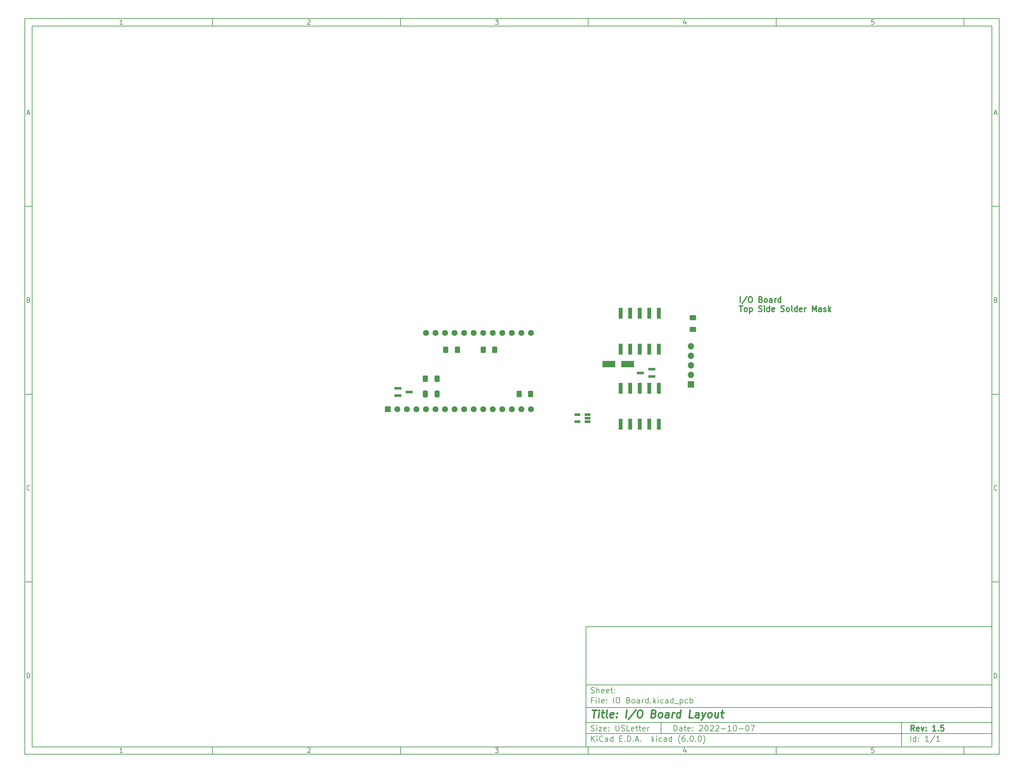
<source format=gbr>
G04 #@! TF.GenerationSoftware,KiCad,Pcbnew,(6.0.0)*
G04 #@! TF.CreationDate,2023-02-09T15:45:20-05:00*
G04 #@! TF.ProjectId,IO Board,494f2042-6f61-4726-942e-6b696361645f,1.5*
G04 #@! TF.SameCoordinates,Original*
G04 #@! TF.FileFunction,Soldermask,Top*
G04 #@! TF.FilePolarity,Negative*
%FSLAX46Y46*%
G04 Gerber Fmt 4.6, Leading zero omitted, Abs format (unit mm)*
G04 Created by KiCad (PCBNEW (6.0.0)) date 2023-02-09 15:45:20*
%MOMM*%
%LPD*%
G01*
G04 APERTURE LIST*
G04 Aperture macros list*
%AMRoundRect*
0 Rectangle with rounded corners*
0 $1 Rounding radius*
0 $2 $3 $4 $5 $6 $7 $8 $9 X,Y pos of 4 corners*
0 Add a 4 corners polygon primitive as box body*
4,1,4,$2,$3,$4,$5,$6,$7,$8,$9,$2,$3,0*
0 Add four circle primitives for the rounded corners*
1,1,$1+$1,$2,$3*
1,1,$1+$1,$4,$5*
1,1,$1+$1,$6,$7*
1,1,$1+$1,$8,$9*
0 Add four rect primitives between the rounded corners*
20,1,$1+$1,$2,$3,$4,$5,0*
20,1,$1+$1,$4,$5,$6,$7,0*
20,1,$1+$1,$6,$7,$8,$9,0*
20,1,$1+$1,$8,$9,$2,$3,0*%
G04 Aperture macros list end*
%ADD10C,0.100000*%
%ADD11C,0.150000*%
%ADD12C,0.300000*%
%ADD13C,0.400000*%
%ADD14R,1.900000X0.800000*%
%ADD15RoundRect,0.250000X0.400000X0.625000X-0.400000X0.625000X-0.400000X-0.625000X0.400000X-0.625000X0*%
%ADD16RoundRect,0.250000X-0.400000X-0.625000X0.400000X-0.625000X0.400000X0.625000X-0.400000X0.625000X0*%
%ADD17RoundRect,0.250000X-0.625000X0.400000X-0.625000X-0.400000X0.625000X-0.400000X0.625000X0.400000X0*%
%ADD18R,1.600000X1.600000*%
%ADD19C,1.600000*%
%ADD20RoundRect,0.250000X-0.412500X-0.650000X0.412500X-0.650000X0.412500X0.650000X-0.412500X0.650000X0*%
%ADD21R,1.700000X1.700000*%
%ADD22O,1.700000X1.700000*%
%ADD23R,3.500000X1.800000*%
%ADD24R,1.000000X3.000000*%
%ADD25R,1.560000X0.650000*%
G04 APERTURE END LIST*
D10*
D11*
X159400000Y-171900000D02*
X159400000Y-203900000D01*
X267400000Y-203900000D01*
X267400000Y-171900000D01*
X159400000Y-171900000D01*
D10*
D11*
X10000000Y-10000000D02*
X10000000Y-205900000D01*
X269400000Y-205900000D01*
X269400000Y-10000000D01*
X10000000Y-10000000D01*
D10*
D11*
X12000000Y-12000000D02*
X12000000Y-203900000D01*
X267400000Y-203900000D01*
X267400000Y-12000000D01*
X12000000Y-12000000D01*
D10*
D11*
X60000000Y-12000000D02*
X60000000Y-10000000D01*
D10*
D11*
X110000000Y-12000000D02*
X110000000Y-10000000D01*
D10*
D11*
X160000000Y-12000000D02*
X160000000Y-10000000D01*
D10*
D11*
X210000000Y-12000000D02*
X210000000Y-10000000D01*
D10*
D11*
X260000000Y-12000000D02*
X260000000Y-10000000D01*
D10*
D11*
X36065476Y-11588095D02*
X35322619Y-11588095D01*
X35694047Y-11588095D02*
X35694047Y-10288095D01*
X35570238Y-10473809D01*
X35446428Y-10597619D01*
X35322619Y-10659523D01*
D10*
D11*
X85322619Y-10411904D02*
X85384523Y-10350000D01*
X85508333Y-10288095D01*
X85817857Y-10288095D01*
X85941666Y-10350000D01*
X86003571Y-10411904D01*
X86065476Y-10535714D01*
X86065476Y-10659523D01*
X86003571Y-10845238D01*
X85260714Y-11588095D01*
X86065476Y-11588095D01*
D10*
D11*
X135260714Y-10288095D02*
X136065476Y-10288095D01*
X135632142Y-10783333D01*
X135817857Y-10783333D01*
X135941666Y-10845238D01*
X136003571Y-10907142D01*
X136065476Y-11030952D01*
X136065476Y-11340476D01*
X136003571Y-11464285D01*
X135941666Y-11526190D01*
X135817857Y-11588095D01*
X135446428Y-11588095D01*
X135322619Y-11526190D01*
X135260714Y-11464285D01*
D10*
D11*
X185941666Y-10721428D02*
X185941666Y-11588095D01*
X185632142Y-10226190D02*
X185322619Y-11154761D01*
X186127380Y-11154761D01*
D10*
D11*
X236003571Y-10288095D02*
X235384523Y-10288095D01*
X235322619Y-10907142D01*
X235384523Y-10845238D01*
X235508333Y-10783333D01*
X235817857Y-10783333D01*
X235941666Y-10845238D01*
X236003571Y-10907142D01*
X236065476Y-11030952D01*
X236065476Y-11340476D01*
X236003571Y-11464285D01*
X235941666Y-11526190D01*
X235817857Y-11588095D01*
X235508333Y-11588095D01*
X235384523Y-11526190D01*
X235322619Y-11464285D01*
D10*
D11*
X60000000Y-203900000D02*
X60000000Y-205900000D01*
D10*
D11*
X110000000Y-203900000D02*
X110000000Y-205900000D01*
D10*
D11*
X160000000Y-203900000D02*
X160000000Y-205900000D01*
D10*
D11*
X210000000Y-203900000D02*
X210000000Y-205900000D01*
D10*
D11*
X260000000Y-203900000D02*
X260000000Y-205900000D01*
D10*
D11*
X36065476Y-205488095D02*
X35322619Y-205488095D01*
X35694047Y-205488095D02*
X35694047Y-204188095D01*
X35570238Y-204373809D01*
X35446428Y-204497619D01*
X35322619Y-204559523D01*
D10*
D11*
X85322619Y-204311904D02*
X85384523Y-204250000D01*
X85508333Y-204188095D01*
X85817857Y-204188095D01*
X85941666Y-204250000D01*
X86003571Y-204311904D01*
X86065476Y-204435714D01*
X86065476Y-204559523D01*
X86003571Y-204745238D01*
X85260714Y-205488095D01*
X86065476Y-205488095D01*
D10*
D11*
X135260714Y-204188095D02*
X136065476Y-204188095D01*
X135632142Y-204683333D01*
X135817857Y-204683333D01*
X135941666Y-204745238D01*
X136003571Y-204807142D01*
X136065476Y-204930952D01*
X136065476Y-205240476D01*
X136003571Y-205364285D01*
X135941666Y-205426190D01*
X135817857Y-205488095D01*
X135446428Y-205488095D01*
X135322619Y-205426190D01*
X135260714Y-205364285D01*
D10*
D11*
X185941666Y-204621428D02*
X185941666Y-205488095D01*
X185632142Y-204126190D02*
X185322619Y-205054761D01*
X186127380Y-205054761D01*
D10*
D11*
X236003571Y-204188095D02*
X235384523Y-204188095D01*
X235322619Y-204807142D01*
X235384523Y-204745238D01*
X235508333Y-204683333D01*
X235817857Y-204683333D01*
X235941666Y-204745238D01*
X236003571Y-204807142D01*
X236065476Y-204930952D01*
X236065476Y-205240476D01*
X236003571Y-205364285D01*
X235941666Y-205426190D01*
X235817857Y-205488095D01*
X235508333Y-205488095D01*
X235384523Y-205426190D01*
X235322619Y-205364285D01*
D10*
D11*
X10000000Y-60000000D02*
X12000000Y-60000000D01*
D10*
D11*
X10000000Y-110000000D02*
X12000000Y-110000000D01*
D10*
D11*
X10000000Y-160000000D02*
X12000000Y-160000000D01*
D10*
D11*
X10690476Y-35216666D02*
X11309523Y-35216666D01*
X10566666Y-35588095D02*
X11000000Y-34288095D01*
X11433333Y-35588095D01*
D10*
D11*
X11092857Y-84907142D02*
X11278571Y-84969047D01*
X11340476Y-85030952D01*
X11402380Y-85154761D01*
X11402380Y-85340476D01*
X11340476Y-85464285D01*
X11278571Y-85526190D01*
X11154761Y-85588095D01*
X10659523Y-85588095D01*
X10659523Y-84288095D01*
X11092857Y-84288095D01*
X11216666Y-84350000D01*
X11278571Y-84411904D01*
X11340476Y-84535714D01*
X11340476Y-84659523D01*
X11278571Y-84783333D01*
X11216666Y-84845238D01*
X11092857Y-84907142D01*
X10659523Y-84907142D01*
D10*
D11*
X11402380Y-135464285D02*
X11340476Y-135526190D01*
X11154761Y-135588095D01*
X11030952Y-135588095D01*
X10845238Y-135526190D01*
X10721428Y-135402380D01*
X10659523Y-135278571D01*
X10597619Y-135030952D01*
X10597619Y-134845238D01*
X10659523Y-134597619D01*
X10721428Y-134473809D01*
X10845238Y-134350000D01*
X11030952Y-134288095D01*
X11154761Y-134288095D01*
X11340476Y-134350000D01*
X11402380Y-134411904D01*
D10*
D11*
X10659523Y-185588095D02*
X10659523Y-184288095D01*
X10969047Y-184288095D01*
X11154761Y-184350000D01*
X11278571Y-184473809D01*
X11340476Y-184597619D01*
X11402380Y-184845238D01*
X11402380Y-185030952D01*
X11340476Y-185278571D01*
X11278571Y-185402380D01*
X11154761Y-185526190D01*
X10969047Y-185588095D01*
X10659523Y-185588095D01*
D10*
D11*
X269400000Y-60000000D02*
X267400000Y-60000000D01*
D10*
D11*
X269400000Y-110000000D02*
X267400000Y-110000000D01*
D10*
D11*
X269400000Y-160000000D02*
X267400000Y-160000000D01*
D10*
D11*
X268090476Y-35216666D02*
X268709523Y-35216666D01*
X267966666Y-35588095D02*
X268400000Y-34288095D01*
X268833333Y-35588095D01*
D10*
D11*
X268492857Y-84907142D02*
X268678571Y-84969047D01*
X268740476Y-85030952D01*
X268802380Y-85154761D01*
X268802380Y-85340476D01*
X268740476Y-85464285D01*
X268678571Y-85526190D01*
X268554761Y-85588095D01*
X268059523Y-85588095D01*
X268059523Y-84288095D01*
X268492857Y-84288095D01*
X268616666Y-84350000D01*
X268678571Y-84411904D01*
X268740476Y-84535714D01*
X268740476Y-84659523D01*
X268678571Y-84783333D01*
X268616666Y-84845238D01*
X268492857Y-84907142D01*
X268059523Y-84907142D01*
D10*
D11*
X268802380Y-135464285D02*
X268740476Y-135526190D01*
X268554761Y-135588095D01*
X268430952Y-135588095D01*
X268245238Y-135526190D01*
X268121428Y-135402380D01*
X268059523Y-135278571D01*
X267997619Y-135030952D01*
X267997619Y-134845238D01*
X268059523Y-134597619D01*
X268121428Y-134473809D01*
X268245238Y-134350000D01*
X268430952Y-134288095D01*
X268554761Y-134288095D01*
X268740476Y-134350000D01*
X268802380Y-134411904D01*
D10*
D11*
X268059523Y-185588095D02*
X268059523Y-184288095D01*
X268369047Y-184288095D01*
X268554761Y-184350000D01*
X268678571Y-184473809D01*
X268740476Y-184597619D01*
X268802380Y-184845238D01*
X268802380Y-185030952D01*
X268740476Y-185278571D01*
X268678571Y-185402380D01*
X268554761Y-185526190D01*
X268369047Y-185588095D01*
X268059523Y-185588095D01*
D10*
D11*
X182832142Y-199678571D02*
X182832142Y-198178571D01*
X183189285Y-198178571D01*
X183403571Y-198250000D01*
X183546428Y-198392857D01*
X183617857Y-198535714D01*
X183689285Y-198821428D01*
X183689285Y-199035714D01*
X183617857Y-199321428D01*
X183546428Y-199464285D01*
X183403571Y-199607142D01*
X183189285Y-199678571D01*
X182832142Y-199678571D01*
X184975000Y-199678571D02*
X184975000Y-198892857D01*
X184903571Y-198750000D01*
X184760714Y-198678571D01*
X184475000Y-198678571D01*
X184332142Y-198750000D01*
X184975000Y-199607142D02*
X184832142Y-199678571D01*
X184475000Y-199678571D01*
X184332142Y-199607142D01*
X184260714Y-199464285D01*
X184260714Y-199321428D01*
X184332142Y-199178571D01*
X184475000Y-199107142D01*
X184832142Y-199107142D01*
X184975000Y-199035714D01*
X185475000Y-198678571D02*
X186046428Y-198678571D01*
X185689285Y-198178571D02*
X185689285Y-199464285D01*
X185760714Y-199607142D01*
X185903571Y-199678571D01*
X186046428Y-199678571D01*
X187117857Y-199607142D02*
X186975000Y-199678571D01*
X186689285Y-199678571D01*
X186546428Y-199607142D01*
X186475000Y-199464285D01*
X186475000Y-198892857D01*
X186546428Y-198750000D01*
X186689285Y-198678571D01*
X186975000Y-198678571D01*
X187117857Y-198750000D01*
X187189285Y-198892857D01*
X187189285Y-199035714D01*
X186475000Y-199178571D01*
X187832142Y-199535714D02*
X187903571Y-199607142D01*
X187832142Y-199678571D01*
X187760714Y-199607142D01*
X187832142Y-199535714D01*
X187832142Y-199678571D01*
X187832142Y-198750000D02*
X187903571Y-198821428D01*
X187832142Y-198892857D01*
X187760714Y-198821428D01*
X187832142Y-198750000D01*
X187832142Y-198892857D01*
X189617857Y-198321428D02*
X189689285Y-198250000D01*
X189832142Y-198178571D01*
X190189285Y-198178571D01*
X190332142Y-198250000D01*
X190403571Y-198321428D01*
X190475000Y-198464285D01*
X190475000Y-198607142D01*
X190403571Y-198821428D01*
X189546428Y-199678571D01*
X190475000Y-199678571D01*
X191403571Y-198178571D02*
X191546428Y-198178571D01*
X191689285Y-198250000D01*
X191760714Y-198321428D01*
X191832142Y-198464285D01*
X191903571Y-198750000D01*
X191903571Y-199107142D01*
X191832142Y-199392857D01*
X191760714Y-199535714D01*
X191689285Y-199607142D01*
X191546428Y-199678571D01*
X191403571Y-199678571D01*
X191260714Y-199607142D01*
X191189285Y-199535714D01*
X191117857Y-199392857D01*
X191046428Y-199107142D01*
X191046428Y-198750000D01*
X191117857Y-198464285D01*
X191189285Y-198321428D01*
X191260714Y-198250000D01*
X191403571Y-198178571D01*
X192475000Y-198321428D02*
X192546428Y-198250000D01*
X192689285Y-198178571D01*
X193046428Y-198178571D01*
X193189285Y-198250000D01*
X193260714Y-198321428D01*
X193332142Y-198464285D01*
X193332142Y-198607142D01*
X193260714Y-198821428D01*
X192403571Y-199678571D01*
X193332142Y-199678571D01*
X193903571Y-198321428D02*
X193975000Y-198250000D01*
X194117857Y-198178571D01*
X194475000Y-198178571D01*
X194617857Y-198250000D01*
X194689285Y-198321428D01*
X194760714Y-198464285D01*
X194760714Y-198607142D01*
X194689285Y-198821428D01*
X193832142Y-199678571D01*
X194760714Y-199678571D01*
X195403571Y-199107142D02*
X196546428Y-199107142D01*
X198046428Y-199678571D02*
X197189285Y-199678571D01*
X197617857Y-199678571D02*
X197617857Y-198178571D01*
X197475000Y-198392857D01*
X197332142Y-198535714D01*
X197189285Y-198607142D01*
X198975000Y-198178571D02*
X199117857Y-198178571D01*
X199260714Y-198250000D01*
X199332142Y-198321428D01*
X199403571Y-198464285D01*
X199475000Y-198750000D01*
X199475000Y-199107142D01*
X199403571Y-199392857D01*
X199332142Y-199535714D01*
X199260714Y-199607142D01*
X199117857Y-199678571D01*
X198975000Y-199678571D01*
X198832142Y-199607142D01*
X198760714Y-199535714D01*
X198689285Y-199392857D01*
X198617857Y-199107142D01*
X198617857Y-198750000D01*
X198689285Y-198464285D01*
X198760714Y-198321428D01*
X198832142Y-198250000D01*
X198975000Y-198178571D01*
X200117857Y-199107142D02*
X201260714Y-199107142D01*
X202260714Y-198178571D02*
X202403571Y-198178571D01*
X202546428Y-198250000D01*
X202617857Y-198321428D01*
X202689285Y-198464285D01*
X202760714Y-198750000D01*
X202760714Y-199107142D01*
X202689285Y-199392857D01*
X202617857Y-199535714D01*
X202546428Y-199607142D01*
X202403571Y-199678571D01*
X202260714Y-199678571D01*
X202117857Y-199607142D01*
X202046428Y-199535714D01*
X201975000Y-199392857D01*
X201903571Y-199107142D01*
X201903571Y-198750000D01*
X201975000Y-198464285D01*
X202046428Y-198321428D01*
X202117857Y-198250000D01*
X202260714Y-198178571D01*
X203260714Y-198178571D02*
X204260714Y-198178571D01*
X203617857Y-199678571D01*
D10*
D11*
X159400000Y-200400000D02*
X267400000Y-200400000D01*
D10*
D11*
X160832142Y-202478571D02*
X160832142Y-200978571D01*
X161689285Y-202478571D02*
X161046428Y-201621428D01*
X161689285Y-200978571D02*
X160832142Y-201835714D01*
X162332142Y-202478571D02*
X162332142Y-201478571D01*
X162332142Y-200978571D02*
X162260714Y-201050000D01*
X162332142Y-201121428D01*
X162403571Y-201050000D01*
X162332142Y-200978571D01*
X162332142Y-201121428D01*
X163903571Y-202335714D02*
X163832142Y-202407142D01*
X163617857Y-202478571D01*
X163475000Y-202478571D01*
X163260714Y-202407142D01*
X163117857Y-202264285D01*
X163046428Y-202121428D01*
X162975000Y-201835714D01*
X162975000Y-201621428D01*
X163046428Y-201335714D01*
X163117857Y-201192857D01*
X163260714Y-201050000D01*
X163475000Y-200978571D01*
X163617857Y-200978571D01*
X163832142Y-201050000D01*
X163903571Y-201121428D01*
X165189285Y-202478571D02*
X165189285Y-201692857D01*
X165117857Y-201550000D01*
X164975000Y-201478571D01*
X164689285Y-201478571D01*
X164546428Y-201550000D01*
X165189285Y-202407142D02*
X165046428Y-202478571D01*
X164689285Y-202478571D01*
X164546428Y-202407142D01*
X164475000Y-202264285D01*
X164475000Y-202121428D01*
X164546428Y-201978571D01*
X164689285Y-201907142D01*
X165046428Y-201907142D01*
X165189285Y-201835714D01*
X166546428Y-202478571D02*
X166546428Y-200978571D01*
X166546428Y-202407142D02*
X166403571Y-202478571D01*
X166117857Y-202478571D01*
X165975000Y-202407142D01*
X165903571Y-202335714D01*
X165832142Y-202192857D01*
X165832142Y-201764285D01*
X165903571Y-201621428D01*
X165975000Y-201550000D01*
X166117857Y-201478571D01*
X166403571Y-201478571D01*
X166546428Y-201550000D01*
X168403571Y-201692857D02*
X168903571Y-201692857D01*
X169117857Y-202478571D02*
X168403571Y-202478571D01*
X168403571Y-200978571D01*
X169117857Y-200978571D01*
X169760714Y-202335714D02*
X169832142Y-202407142D01*
X169760714Y-202478571D01*
X169689285Y-202407142D01*
X169760714Y-202335714D01*
X169760714Y-202478571D01*
X170475000Y-202478571D02*
X170475000Y-200978571D01*
X170832142Y-200978571D01*
X171046428Y-201050000D01*
X171189285Y-201192857D01*
X171260714Y-201335714D01*
X171332142Y-201621428D01*
X171332142Y-201835714D01*
X171260714Y-202121428D01*
X171189285Y-202264285D01*
X171046428Y-202407142D01*
X170832142Y-202478571D01*
X170475000Y-202478571D01*
X171975000Y-202335714D02*
X172046428Y-202407142D01*
X171975000Y-202478571D01*
X171903571Y-202407142D01*
X171975000Y-202335714D01*
X171975000Y-202478571D01*
X172617857Y-202050000D02*
X173332142Y-202050000D01*
X172475000Y-202478571D02*
X172975000Y-200978571D01*
X173475000Y-202478571D01*
X173975000Y-202335714D02*
X174046428Y-202407142D01*
X173975000Y-202478571D01*
X173903571Y-202407142D01*
X173975000Y-202335714D01*
X173975000Y-202478571D01*
X176975000Y-202478571D02*
X176975000Y-200978571D01*
X177117857Y-201907142D02*
X177546428Y-202478571D01*
X177546428Y-201478571D02*
X176975000Y-202050000D01*
X178189285Y-202478571D02*
X178189285Y-201478571D01*
X178189285Y-200978571D02*
X178117857Y-201050000D01*
X178189285Y-201121428D01*
X178260714Y-201050000D01*
X178189285Y-200978571D01*
X178189285Y-201121428D01*
X179546428Y-202407142D02*
X179403571Y-202478571D01*
X179117857Y-202478571D01*
X178975000Y-202407142D01*
X178903571Y-202335714D01*
X178832142Y-202192857D01*
X178832142Y-201764285D01*
X178903571Y-201621428D01*
X178975000Y-201550000D01*
X179117857Y-201478571D01*
X179403571Y-201478571D01*
X179546428Y-201550000D01*
X180832142Y-202478571D02*
X180832142Y-201692857D01*
X180760714Y-201550000D01*
X180617857Y-201478571D01*
X180332142Y-201478571D01*
X180189285Y-201550000D01*
X180832142Y-202407142D02*
X180689285Y-202478571D01*
X180332142Y-202478571D01*
X180189285Y-202407142D01*
X180117857Y-202264285D01*
X180117857Y-202121428D01*
X180189285Y-201978571D01*
X180332142Y-201907142D01*
X180689285Y-201907142D01*
X180832142Y-201835714D01*
X182189285Y-202478571D02*
X182189285Y-200978571D01*
X182189285Y-202407142D02*
X182046428Y-202478571D01*
X181760714Y-202478571D01*
X181617857Y-202407142D01*
X181546428Y-202335714D01*
X181475000Y-202192857D01*
X181475000Y-201764285D01*
X181546428Y-201621428D01*
X181617857Y-201550000D01*
X181760714Y-201478571D01*
X182046428Y-201478571D01*
X182189285Y-201550000D01*
X184475000Y-203050000D02*
X184403571Y-202978571D01*
X184260714Y-202764285D01*
X184189285Y-202621428D01*
X184117857Y-202407142D01*
X184046428Y-202050000D01*
X184046428Y-201764285D01*
X184117857Y-201407142D01*
X184189285Y-201192857D01*
X184260714Y-201050000D01*
X184403571Y-200835714D01*
X184475000Y-200764285D01*
X185689285Y-200978571D02*
X185403571Y-200978571D01*
X185260714Y-201050000D01*
X185189285Y-201121428D01*
X185046428Y-201335714D01*
X184975000Y-201621428D01*
X184975000Y-202192857D01*
X185046428Y-202335714D01*
X185117857Y-202407142D01*
X185260714Y-202478571D01*
X185546428Y-202478571D01*
X185689285Y-202407142D01*
X185760714Y-202335714D01*
X185832142Y-202192857D01*
X185832142Y-201835714D01*
X185760714Y-201692857D01*
X185689285Y-201621428D01*
X185546428Y-201550000D01*
X185260714Y-201550000D01*
X185117857Y-201621428D01*
X185046428Y-201692857D01*
X184975000Y-201835714D01*
X186475000Y-202335714D02*
X186546428Y-202407142D01*
X186475000Y-202478571D01*
X186403571Y-202407142D01*
X186475000Y-202335714D01*
X186475000Y-202478571D01*
X187475000Y-200978571D02*
X187617857Y-200978571D01*
X187760714Y-201050000D01*
X187832142Y-201121428D01*
X187903571Y-201264285D01*
X187975000Y-201550000D01*
X187975000Y-201907142D01*
X187903571Y-202192857D01*
X187832142Y-202335714D01*
X187760714Y-202407142D01*
X187617857Y-202478571D01*
X187475000Y-202478571D01*
X187332142Y-202407142D01*
X187260714Y-202335714D01*
X187189285Y-202192857D01*
X187117857Y-201907142D01*
X187117857Y-201550000D01*
X187189285Y-201264285D01*
X187260714Y-201121428D01*
X187332142Y-201050000D01*
X187475000Y-200978571D01*
X188617857Y-202335714D02*
X188689285Y-202407142D01*
X188617857Y-202478571D01*
X188546428Y-202407142D01*
X188617857Y-202335714D01*
X188617857Y-202478571D01*
X189617857Y-200978571D02*
X189760714Y-200978571D01*
X189903571Y-201050000D01*
X189975000Y-201121428D01*
X190046428Y-201264285D01*
X190117857Y-201550000D01*
X190117857Y-201907142D01*
X190046428Y-202192857D01*
X189975000Y-202335714D01*
X189903571Y-202407142D01*
X189760714Y-202478571D01*
X189617857Y-202478571D01*
X189475000Y-202407142D01*
X189403571Y-202335714D01*
X189332142Y-202192857D01*
X189260714Y-201907142D01*
X189260714Y-201550000D01*
X189332142Y-201264285D01*
X189403571Y-201121428D01*
X189475000Y-201050000D01*
X189617857Y-200978571D01*
X190617857Y-203050000D02*
X190689285Y-202978571D01*
X190832142Y-202764285D01*
X190903571Y-202621428D01*
X190975000Y-202407142D01*
X191046428Y-202050000D01*
X191046428Y-201764285D01*
X190975000Y-201407142D01*
X190903571Y-201192857D01*
X190832142Y-201050000D01*
X190689285Y-200835714D01*
X190617857Y-200764285D01*
D10*
D11*
X159400000Y-197400000D02*
X267400000Y-197400000D01*
D10*
D12*
X246809285Y-199678571D02*
X246309285Y-198964285D01*
X245952142Y-199678571D02*
X245952142Y-198178571D01*
X246523571Y-198178571D01*
X246666428Y-198250000D01*
X246737857Y-198321428D01*
X246809285Y-198464285D01*
X246809285Y-198678571D01*
X246737857Y-198821428D01*
X246666428Y-198892857D01*
X246523571Y-198964285D01*
X245952142Y-198964285D01*
X248023571Y-199607142D02*
X247880714Y-199678571D01*
X247595000Y-199678571D01*
X247452142Y-199607142D01*
X247380714Y-199464285D01*
X247380714Y-198892857D01*
X247452142Y-198750000D01*
X247595000Y-198678571D01*
X247880714Y-198678571D01*
X248023571Y-198750000D01*
X248095000Y-198892857D01*
X248095000Y-199035714D01*
X247380714Y-199178571D01*
X248595000Y-198678571D02*
X248952142Y-199678571D01*
X249309285Y-198678571D01*
X249880714Y-199535714D02*
X249952142Y-199607142D01*
X249880714Y-199678571D01*
X249809285Y-199607142D01*
X249880714Y-199535714D01*
X249880714Y-199678571D01*
X249880714Y-198750000D02*
X249952142Y-198821428D01*
X249880714Y-198892857D01*
X249809285Y-198821428D01*
X249880714Y-198750000D01*
X249880714Y-198892857D01*
X252523571Y-199678571D02*
X251666428Y-199678571D01*
X252095000Y-199678571D02*
X252095000Y-198178571D01*
X251952142Y-198392857D01*
X251809285Y-198535714D01*
X251666428Y-198607142D01*
X253166428Y-199535714D02*
X253237857Y-199607142D01*
X253166428Y-199678571D01*
X253095000Y-199607142D01*
X253166428Y-199535714D01*
X253166428Y-199678571D01*
X254595000Y-198178571D02*
X253880714Y-198178571D01*
X253809285Y-198892857D01*
X253880714Y-198821428D01*
X254023571Y-198750000D01*
X254380714Y-198750000D01*
X254523571Y-198821428D01*
X254595000Y-198892857D01*
X254666428Y-199035714D01*
X254666428Y-199392857D01*
X254595000Y-199535714D01*
X254523571Y-199607142D01*
X254380714Y-199678571D01*
X254023571Y-199678571D01*
X253880714Y-199607142D01*
X253809285Y-199535714D01*
D10*
D11*
X160760714Y-199607142D02*
X160975000Y-199678571D01*
X161332142Y-199678571D01*
X161475000Y-199607142D01*
X161546428Y-199535714D01*
X161617857Y-199392857D01*
X161617857Y-199250000D01*
X161546428Y-199107142D01*
X161475000Y-199035714D01*
X161332142Y-198964285D01*
X161046428Y-198892857D01*
X160903571Y-198821428D01*
X160832142Y-198750000D01*
X160760714Y-198607142D01*
X160760714Y-198464285D01*
X160832142Y-198321428D01*
X160903571Y-198250000D01*
X161046428Y-198178571D01*
X161403571Y-198178571D01*
X161617857Y-198250000D01*
X162260714Y-199678571D02*
X162260714Y-198678571D01*
X162260714Y-198178571D02*
X162189285Y-198250000D01*
X162260714Y-198321428D01*
X162332142Y-198250000D01*
X162260714Y-198178571D01*
X162260714Y-198321428D01*
X162832142Y-198678571D02*
X163617857Y-198678571D01*
X162832142Y-199678571D01*
X163617857Y-199678571D01*
X164760714Y-199607142D02*
X164617857Y-199678571D01*
X164332142Y-199678571D01*
X164189285Y-199607142D01*
X164117857Y-199464285D01*
X164117857Y-198892857D01*
X164189285Y-198750000D01*
X164332142Y-198678571D01*
X164617857Y-198678571D01*
X164760714Y-198750000D01*
X164832142Y-198892857D01*
X164832142Y-199035714D01*
X164117857Y-199178571D01*
X165475000Y-199535714D02*
X165546428Y-199607142D01*
X165475000Y-199678571D01*
X165403571Y-199607142D01*
X165475000Y-199535714D01*
X165475000Y-199678571D01*
X165475000Y-198750000D02*
X165546428Y-198821428D01*
X165475000Y-198892857D01*
X165403571Y-198821428D01*
X165475000Y-198750000D01*
X165475000Y-198892857D01*
X167332142Y-198178571D02*
X167332142Y-199392857D01*
X167403571Y-199535714D01*
X167475000Y-199607142D01*
X167617857Y-199678571D01*
X167903571Y-199678571D01*
X168046428Y-199607142D01*
X168117857Y-199535714D01*
X168189285Y-199392857D01*
X168189285Y-198178571D01*
X168832142Y-199607142D02*
X169046428Y-199678571D01*
X169403571Y-199678571D01*
X169546428Y-199607142D01*
X169617857Y-199535714D01*
X169689285Y-199392857D01*
X169689285Y-199250000D01*
X169617857Y-199107142D01*
X169546428Y-199035714D01*
X169403571Y-198964285D01*
X169117857Y-198892857D01*
X168975000Y-198821428D01*
X168903571Y-198750000D01*
X168832142Y-198607142D01*
X168832142Y-198464285D01*
X168903571Y-198321428D01*
X168975000Y-198250000D01*
X169117857Y-198178571D01*
X169475000Y-198178571D01*
X169689285Y-198250000D01*
X171046428Y-199678571D02*
X170332142Y-199678571D01*
X170332142Y-198178571D01*
X172117857Y-199607142D02*
X171975000Y-199678571D01*
X171689285Y-199678571D01*
X171546428Y-199607142D01*
X171475000Y-199464285D01*
X171475000Y-198892857D01*
X171546428Y-198750000D01*
X171689285Y-198678571D01*
X171975000Y-198678571D01*
X172117857Y-198750000D01*
X172189285Y-198892857D01*
X172189285Y-199035714D01*
X171475000Y-199178571D01*
X172617857Y-198678571D02*
X173189285Y-198678571D01*
X172832142Y-198178571D02*
X172832142Y-199464285D01*
X172903571Y-199607142D01*
X173046428Y-199678571D01*
X173189285Y-199678571D01*
X173475000Y-198678571D02*
X174046428Y-198678571D01*
X173689285Y-198178571D02*
X173689285Y-199464285D01*
X173760714Y-199607142D01*
X173903571Y-199678571D01*
X174046428Y-199678571D01*
X175117857Y-199607142D02*
X174975000Y-199678571D01*
X174689285Y-199678571D01*
X174546428Y-199607142D01*
X174475000Y-199464285D01*
X174475000Y-198892857D01*
X174546428Y-198750000D01*
X174689285Y-198678571D01*
X174975000Y-198678571D01*
X175117857Y-198750000D01*
X175189285Y-198892857D01*
X175189285Y-199035714D01*
X174475000Y-199178571D01*
X175832142Y-199678571D02*
X175832142Y-198678571D01*
X175832142Y-198964285D02*
X175903571Y-198821428D01*
X175975000Y-198750000D01*
X176117857Y-198678571D01*
X176260714Y-198678571D01*
D10*
D11*
X245832142Y-202478571D02*
X245832142Y-200978571D01*
X247189285Y-202478571D02*
X247189285Y-200978571D01*
X247189285Y-202407142D02*
X247046428Y-202478571D01*
X246760714Y-202478571D01*
X246617857Y-202407142D01*
X246546428Y-202335714D01*
X246475000Y-202192857D01*
X246475000Y-201764285D01*
X246546428Y-201621428D01*
X246617857Y-201550000D01*
X246760714Y-201478571D01*
X247046428Y-201478571D01*
X247189285Y-201550000D01*
X247903571Y-202335714D02*
X247975000Y-202407142D01*
X247903571Y-202478571D01*
X247832142Y-202407142D01*
X247903571Y-202335714D01*
X247903571Y-202478571D01*
X247903571Y-201550000D02*
X247975000Y-201621428D01*
X247903571Y-201692857D01*
X247832142Y-201621428D01*
X247903571Y-201550000D01*
X247903571Y-201692857D01*
X250546428Y-202478571D02*
X249689285Y-202478571D01*
X250117857Y-202478571D02*
X250117857Y-200978571D01*
X249975000Y-201192857D01*
X249832142Y-201335714D01*
X249689285Y-201407142D01*
X252260714Y-200907142D02*
X250975000Y-202835714D01*
X253546428Y-202478571D02*
X252689285Y-202478571D01*
X253117857Y-202478571D02*
X253117857Y-200978571D01*
X252975000Y-201192857D01*
X252832142Y-201335714D01*
X252689285Y-201407142D01*
D10*
D11*
X159400000Y-193400000D02*
X267400000Y-193400000D01*
D10*
D13*
X161112380Y-194104761D02*
X162255238Y-194104761D01*
X161433809Y-196104761D02*
X161683809Y-194104761D01*
X162671904Y-196104761D02*
X162838571Y-194771428D01*
X162921904Y-194104761D02*
X162814761Y-194200000D01*
X162898095Y-194295238D01*
X163005238Y-194200000D01*
X162921904Y-194104761D01*
X162898095Y-194295238D01*
X163505238Y-194771428D02*
X164267142Y-194771428D01*
X163874285Y-194104761D02*
X163660000Y-195819047D01*
X163731428Y-196009523D01*
X163910000Y-196104761D01*
X164100476Y-196104761D01*
X165052857Y-196104761D02*
X164874285Y-196009523D01*
X164802857Y-195819047D01*
X165017142Y-194104761D01*
X166588571Y-196009523D02*
X166386190Y-196104761D01*
X166005238Y-196104761D01*
X165826666Y-196009523D01*
X165755238Y-195819047D01*
X165850476Y-195057142D01*
X165969523Y-194866666D01*
X166171904Y-194771428D01*
X166552857Y-194771428D01*
X166731428Y-194866666D01*
X166802857Y-195057142D01*
X166779047Y-195247619D01*
X165802857Y-195438095D01*
X167552857Y-195914285D02*
X167636190Y-196009523D01*
X167529047Y-196104761D01*
X167445714Y-196009523D01*
X167552857Y-195914285D01*
X167529047Y-196104761D01*
X167683809Y-194866666D02*
X167767142Y-194961904D01*
X167660000Y-195057142D01*
X167576666Y-194961904D01*
X167683809Y-194866666D01*
X167660000Y-195057142D01*
X170005238Y-196104761D02*
X170255238Y-194104761D01*
X172648095Y-194009523D02*
X170612380Y-196580952D01*
X173683809Y-194104761D02*
X174064761Y-194104761D01*
X174243333Y-194200000D01*
X174410000Y-194390476D01*
X174457619Y-194771428D01*
X174374285Y-195438095D01*
X174231428Y-195819047D01*
X174017142Y-196009523D01*
X173814761Y-196104761D01*
X173433809Y-196104761D01*
X173255238Y-196009523D01*
X173088571Y-195819047D01*
X173040952Y-195438095D01*
X173124285Y-194771428D01*
X173267142Y-194390476D01*
X173481428Y-194200000D01*
X173683809Y-194104761D01*
X177469523Y-195057142D02*
X177743333Y-195152380D01*
X177826666Y-195247619D01*
X177898095Y-195438095D01*
X177862380Y-195723809D01*
X177743333Y-195914285D01*
X177636190Y-196009523D01*
X177433809Y-196104761D01*
X176671904Y-196104761D01*
X176921904Y-194104761D01*
X177588571Y-194104761D01*
X177767142Y-194200000D01*
X177850476Y-194295238D01*
X177921904Y-194485714D01*
X177898095Y-194676190D01*
X177779047Y-194866666D01*
X177671904Y-194961904D01*
X177469523Y-195057142D01*
X176802857Y-195057142D01*
X178957619Y-196104761D02*
X178779047Y-196009523D01*
X178695714Y-195914285D01*
X178624285Y-195723809D01*
X178695714Y-195152380D01*
X178814761Y-194961904D01*
X178921904Y-194866666D01*
X179124285Y-194771428D01*
X179410000Y-194771428D01*
X179588571Y-194866666D01*
X179671904Y-194961904D01*
X179743333Y-195152380D01*
X179671904Y-195723809D01*
X179552857Y-195914285D01*
X179445714Y-196009523D01*
X179243333Y-196104761D01*
X178957619Y-196104761D01*
X181338571Y-196104761D02*
X181469523Y-195057142D01*
X181398095Y-194866666D01*
X181219523Y-194771428D01*
X180838571Y-194771428D01*
X180636190Y-194866666D01*
X181350476Y-196009523D02*
X181148095Y-196104761D01*
X180671904Y-196104761D01*
X180493333Y-196009523D01*
X180421904Y-195819047D01*
X180445714Y-195628571D01*
X180564761Y-195438095D01*
X180767142Y-195342857D01*
X181243333Y-195342857D01*
X181445714Y-195247619D01*
X182290952Y-196104761D02*
X182457619Y-194771428D01*
X182410000Y-195152380D02*
X182529047Y-194961904D01*
X182636190Y-194866666D01*
X182838571Y-194771428D01*
X183029047Y-194771428D01*
X184386190Y-196104761D02*
X184636190Y-194104761D01*
X184398095Y-196009523D02*
X184195714Y-196104761D01*
X183814761Y-196104761D01*
X183636190Y-196009523D01*
X183552857Y-195914285D01*
X183481428Y-195723809D01*
X183552857Y-195152380D01*
X183671904Y-194961904D01*
X183779047Y-194866666D01*
X183981428Y-194771428D01*
X184362380Y-194771428D01*
X184540952Y-194866666D01*
X187814761Y-196104761D02*
X186862380Y-196104761D01*
X187112380Y-194104761D01*
X189338571Y-196104761D02*
X189469523Y-195057142D01*
X189398095Y-194866666D01*
X189219523Y-194771428D01*
X188838571Y-194771428D01*
X188636190Y-194866666D01*
X189350476Y-196009523D02*
X189148095Y-196104761D01*
X188671904Y-196104761D01*
X188493333Y-196009523D01*
X188421904Y-195819047D01*
X188445714Y-195628571D01*
X188564761Y-195438095D01*
X188767142Y-195342857D01*
X189243333Y-195342857D01*
X189445714Y-195247619D01*
X190267142Y-194771428D02*
X190576666Y-196104761D01*
X191219523Y-194771428D02*
X190576666Y-196104761D01*
X190326666Y-196580952D01*
X190219523Y-196676190D01*
X190017142Y-196771428D01*
X192100476Y-196104761D02*
X191921904Y-196009523D01*
X191838571Y-195914285D01*
X191767142Y-195723809D01*
X191838571Y-195152380D01*
X191957619Y-194961904D01*
X192064761Y-194866666D01*
X192267142Y-194771428D01*
X192552857Y-194771428D01*
X192731428Y-194866666D01*
X192814761Y-194961904D01*
X192886190Y-195152380D01*
X192814761Y-195723809D01*
X192695714Y-195914285D01*
X192588571Y-196009523D01*
X192386190Y-196104761D01*
X192100476Y-196104761D01*
X194648095Y-194771428D02*
X194481428Y-196104761D01*
X193790952Y-194771428D02*
X193660000Y-195819047D01*
X193731428Y-196009523D01*
X193910000Y-196104761D01*
X194195714Y-196104761D01*
X194398095Y-196009523D01*
X194505238Y-195914285D01*
X195314761Y-194771428D02*
X196076666Y-194771428D01*
X195683809Y-194104761D02*
X195469523Y-195819047D01*
X195540952Y-196009523D01*
X195719523Y-196104761D01*
X195910000Y-196104761D01*
D10*
D11*
X161332142Y-191492857D02*
X160832142Y-191492857D01*
X160832142Y-192278571D02*
X160832142Y-190778571D01*
X161546428Y-190778571D01*
X162117857Y-192278571D02*
X162117857Y-191278571D01*
X162117857Y-190778571D02*
X162046428Y-190850000D01*
X162117857Y-190921428D01*
X162189285Y-190850000D01*
X162117857Y-190778571D01*
X162117857Y-190921428D01*
X163046428Y-192278571D02*
X162903571Y-192207142D01*
X162832142Y-192064285D01*
X162832142Y-190778571D01*
X164189285Y-192207142D02*
X164046428Y-192278571D01*
X163760714Y-192278571D01*
X163617857Y-192207142D01*
X163546428Y-192064285D01*
X163546428Y-191492857D01*
X163617857Y-191350000D01*
X163760714Y-191278571D01*
X164046428Y-191278571D01*
X164189285Y-191350000D01*
X164260714Y-191492857D01*
X164260714Y-191635714D01*
X163546428Y-191778571D01*
X164903571Y-192135714D02*
X164975000Y-192207142D01*
X164903571Y-192278571D01*
X164832142Y-192207142D01*
X164903571Y-192135714D01*
X164903571Y-192278571D01*
X164903571Y-191350000D02*
X164975000Y-191421428D01*
X164903571Y-191492857D01*
X164832142Y-191421428D01*
X164903571Y-191350000D01*
X164903571Y-191492857D01*
X166760714Y-192278571D02*
X166760714Y-190778571D01*
X167760714Y-190778571D02*
X168046428Y-190778571D01*
X168189285Y-190850000D01*
X168332142Y-190992857D01*
X168403571Y-191278571D01*
X168403571Y-191778571D01*
X168332142Y-192064285D01*
X168189285Y-192207142D01*
X168046428Y-192278571D01*
X167760714Y-192278571D01*
X167617857Y-192207142D01*
X167475000Y-192064285D01*
X167403571Y-191778571D01*
X167403571Y-191278571D01*
X167475000Y-190992857D01*
X167617857Y-190850000D01*
X167760714Y-190778571D01*
X170689285Y-191492857D02*
X170903571Y-191564285D01*
X170975000Y-191635714D01*
X171046428Y-191778571D01*
X171046428Y-191992857D01*
X170975000Y-192135714D01*
X170903571Y-192207142D01*
X170760714Y-192278571D01*
X170189285Y-192278571D01*
X170189285Y-190778571D01*
X170689285Y-190778571D01*
X170832142Y-190850000D01*
X170903571Y-190921428D01*
X170975000Y-191064285D01*
X170975000Y-191207142D01*
X170903571Y-191350000D01*
X170832142Y-191421428D01*
X170689285Y-191492857D01*
X170189285Y-191492857D01*
X171903571Y-192278571D02*
X171760714Y-192207142D01*
X171689285Y-192135714D01*
X171617857Y-191992857D01*
X171617857Y-191564285D01*
X171689285Y-191421428D01*
X171760714Y-191350000D01*
X171903571Y-191278571D01*
X172117857Y-191278571D01*
X172260714Y-191350000D01*
X172332142Y-191421428D01*
X172403571Y-191564285D01*
X172403571Y-191992857D01*
X172332142Y-192135714D01*
X172260714Y-192207142D01*
X172117857Y-192278571D01*
X171903571Y-192278571D01*
X173689285Y-192278571D02*
X173689285Y-191492857D01*
X173617857Y-191350000D01*
X173475000Y-191278571D01*
X173189285Y-191278571D01*
X173046428Y-191350000D01*
X173689285Y-192207142D02*
X173546428Y-192278571D01*
X173189285Y-192278571D01*
X173046428Y-192207142D01*
X172975000Y-192064285D01*
X172975000Y-191921428D01*
X173046428Y-191778571D01*
X173189285Y-191707142D01*
X173546428Y-191707142D01*
X173689285Y-191635714D01*
X174403571Y-192278571D02*
X174403571Y-191278571D01*
X174403571Y-191564285D02*
X174475000Y-191421428D01*
X174546428Y-191350000D01*
X174689285Y-191278571D01*
X174832142Y-191278571D01*
X175975000Y-192278571D02*
X175975000Y-190778571D01*
X175975000Y-192207142D02*
X175832142Y-192278571D01*
X175546428Y-192278571D01*
X175403571Y-192207142D01*
X175332142Y-192135714D01*
X175260714Y-191992857D01*
X175260714Y-191564285D01*
X175332142Y-191421428D01*
X175403571Y-191350000D01*
X175546428Y-191278571D01*
X175832142Y-191278571D01*
X175975000Y-191350000D01*
X176689285Y-192135714D02*
X176760714Y-192207142D01*
X176689285Y-192278571D01*
X176617857Y-192207142D01*
X176689285Y-192135714D01*
X176689285Y-192278571D01*
X177403571Y-192278571D02*
X177403571Y-190778571D01*
X177546428Y-191707142D02*
X177975000Y-192278571D01*
X177975000Y-191278571D02*
X177403571Y-191850000D01*
X178617857Y-192278571D02*
X178617857Y-191278571D01*
X178617857Y-190778571D02*
X178546428Y-190850000D01*
X178617857Y-190921428D01*
X178689285Y-190850000D01*
X178617857Y-190778571D01*
X178617857Y-190921428D01*
X179975000Y-192207142D02*
X179832142Y-192278571D01*
X179546428Y-192278571D01*
X179403571Y-192207142D01*
X179332142Y-192135714D01*
X179260714Y-191992857D01*
X179260714Y-191564285D01*
X179332142Y-191421428D01*
X179403571Y-191350000D01*
X179546428Y-191278571D01*
X179832142Y-191278571D01*
X179975000Y-191350000D01*
X181260714Y-192278571D02*
X181260714Y-191492857D01*
X181189285Y-191350000D01*
X181046428Y-191278571D01*
X180760714Y-191278571D01*
X180617857Y-191350000D01*
X181260714Y-192207142D02*
X181117857Y-192278571D01*
X180760714Y-192278571D01*
X180617857Y-192207142D01*
X180546428Y-192064285D01*
X180546428Y-191921428D01*
X180617857Y-191778571D01*
X180760714Y-191707142D01*
X181117857Y-191707142D01*
X181260714Y-191635714D01*
X182617857Y-192278571D02*
X182617857Y-190778571D01*
X182617857Y-192207142D02*
X182475000Y-192278571D01*
X182189285Y-192278571D01*
X182046428Y-192207142D01*
X181975000Y-192135714D01*
X181903571Y-191992857D01*
X181903571Y-191564285D01*
X181975000Y-191421428D01*
X182046428Y-191350000D01*
X182189285Y-191278571D01*
X182475000Y-191278571D01*
X182617857Y-191350000D01*
X182975000Y-192421428D02*
X184117857Y-192421428D01*
X184475000Y-191278571D02*
X184475000Y-192778571D01*
X184475000Y-191350000D02*
X184617857Y-191278571D01*
X184903571Y-191278571D01*
X185046428Y-191350000D01*
X185117857Y-191421428D01*
X185189285Y-191564285D01*
X185189285Y-191992857D01*
X185117857Y-192135714D01*
X185046428Y-192207142D01*
X184903571Y-192278571D01*
X184617857Y-192278571D01*
X184475000Y-192207142D01*
X186475000Y-192207142D02*
X186332142Y-192278571D01*
X186046428Y-192278571D01*
X185903571Y-192207142D01*
X185832142Y-192135714D01*
X185760714Y-191992857D01*
X185760714Y-191564285D01*
X185832142Y-191421428D01*
X185903571Y-191350000D01*
X186046428Y-191278571D01*
X186332142Y-191278571D01*
X186475000Y-191350000D01*
X187117857Y-192278571D02*
X187117857Y-190778571D01*
X187117857Y-191350000D02*
X187260714Y-191278571D01*
X187546428Y-191278571D01*
X187689285Y-191350000D01*
X187760714Y-191421428D01*
X187832142Y-191564285D01*
X187832142Y-191992857D01*
X187760714Y-192135714D01*
X187689285Y-192207142D01*
X187546428Y-192278571D01*
X187260714Y-192278571D01*
X187117857Y-192207142D01*
D10*
D11*
X159400000Y-187400000D02*
X267400000Y-187400000D01*
D10*
D11*
X160760714Y-189507142D02*
X160975000Y-189578571D01*
X161332142Y-189578571D01*
X161475000Y-189507142D01*
X161546428Y-189435714D01*
X161617857Y-189292857D01*
X161617857Y-189150000D01*
X161546428Y-189007142D01*
X161475000Y-188935714D01*
X161332142Y-188864285D01*
X161046428Y-188792857D01*
X160903571Y-188721428D01*
X160832142Y-188650000D01*
X160760714Y-188507142D01*
X160760714Y-188364285D01*
X160832142Y-188221428D01*
X160903571Y-188150000D01*
X161046428Y-188078571D01*
X161403571Y-188078571D01*
X161617857Y-188150000D01*
X162260714Y-189578571D02*
X162260714Y-188078571D01*
X162903571Y-189578571D02*
X162903571Y-188792857D01*
X162832142Y-188650000D01*
X162689285Y-188578571D01*
X162475000Y-188578571D01*
X162332142Y-188650000D01*
X162260714Y-188721428D01*
X164189285Y-189507142D02*
X164046428Y-189578571D01*
X163760714Y-189578571D01*
X163617857Y-189507142D01*
X163546428Y-189364285D01*
X163546428Y-188792857D01*
X163617857Y-188650000D01*
X163760714Y-188578571D01*
X164046428Y-188578571D01*
X164189285Y-188650000D01*
X164260714Y-188792857D01*
X164260714Y-188935714D01*
X163546428Y-189078571D01*
X165475000Y-189507142D02*
X165332142Y-189578571D01*
X165046428Y-189578571D01*
X164903571Y-189507142D01*
X164832142Y-189364285D01*
X164832142Y-188792857D01*
X164903571Y-188650000D01*
X165046428Y-188578571D01*
X165332142Y-188578571D01*
X165475000Y-188650000D01*
X165546428Y-188792857D01*
X165546428Y-188935714D01*
X164832142Y-189078571D01*
X165975000Y-188578571D02*
X166546428Y-188578571D01*
X166189285Y-188078571D02*
X166189285Y-189364285D01*
X166260714Y-189507142D01*
X166403571Y-189578571D01*
X166546428Y-189578571D01*
X167046428Y-189435714D02*
X167117857Y-189507142D01*
X167046428Y-189578571D01*
X166975000Y-189507142D01*
X167046428Y-189435714D01*
X167046428Y-189578571D01*
X167046428Y-188650000D02*
X167117857Y-188721428D01*
X167046428Y-188792857D01*
X166975000Y-188721428D01*
X167046428Y-188650000D01*
X167046428Y-188792857D01*
D10*
D12*
D10*
D11*
D10*
D11*
D10*
D11*
D10*
D11*
D10*
D11*
X179400000Y-197400000D02*
X179400000Y-200400000D01*
D10*
D11*
X243400000Y-197400000D02*
X243400000Y-203900000D01*
D12*
X200450142Y-85577071D02*
X200450142Y-84077071D01*
X202235857Y-84005642D02*
X200950142Y-85934214D01*
X203021571Y-84077071D02*
X203307285Y-84077071D01*
X203450142Y-84148500D01*
X203593000Y-84291357D01*
X203664428Y-84577071D01*
X203664428Y-85077071D01*
X203593000Y-85362785D01*
X203450142Y-85505642D01*
X203307285Y-85577071D01*
X203021571Y-85577071D01*
X202878714Y-85505642D01*
X202735857Y-85362785D01*
X202664428Y-85077071D01*
X202664428Y-84577071D01*
X202735857Y-84291357D01*
X202878714Y-84148500D01*
X203021571Y-84077071D01*
X205950142Y-84791357D02*
X206164428Y-84862785D01*
X206235857Y-84934214D01*
X206307285Y-85077071D01*
X206307285Y-85291357D01*
X206235857Y-85434214D01*
X206164428Y-85505642D01*
X206021571Y-85577071D01*
X205450142Y-85577071D01*
X205450142Y-84077071D01*
X205950142Y-84077071D01*
X206093000Y-84148500D01*
X206164428Y-84219928D01*
X206235857Y-84362785D01*
X206235857Y-84505642D01*
X206164428Y-84648500D01*
X206093000Y-84719928D01*
X205950142Y-84791357D01*
X205450142Y-84791357D01*
X207164428Y-85577071D02*
X207021571Y-85505642D01*
X206950142Y-85434214D01*
X206878714Y-85291357D01*
X206878714Y-84862785D01*
X206950142Y-84719928D01*
X207021571Y-84648500D01*
X207164428Y-84577071D01*
X207378714Y-84577071D01*
X207521571Y-84648500D01*
X207593000Y-84719928D01*
X207664428Y-84862785D01*
X207664428Y-85291357D01*
X207593000Y-85434214D01*
X207521571Y-85505642D01*
X207378714Y-85577071D01*
X207164428Y-85577071D01*
X208950142Y-85577071D02*
X208950142Y-84791357D01*
X208878714Y-84648500D01*
X208735857Y-84577071D01*
X208450142Y-84577071D01*
X208307285Y-84648500D01*
X208950142Y-85505642D02*
X208807285Y-85577071D01*
X208450142Y-85577071D01*
X208307285Y-85505642D01*
X208235857Y-85362785D01*
X208235857Y-85219928D01*
X208307285Y-85077071D01*
X208450142Y-85005642D01*
X208807285Y-85005642D01*
X208950142Y-84934214D01*
X209664428Y-85577071D02*
X209664428Y-84577071D01*
X209664428Y-84862785D02*
X209735857Y-84719928D01*
X209807285Y-84648500D01*
X209950142Y-84577071D01*
X210093000Y-84577071D01*
X211235857Y-85577071D02*
X211235857Y-84077071D01*
X211235857Y-85505642D02*
X211093000Y-85577071D01*
X210807285Y-85577071D01*
X210664428Y-85505642D01*
X210593000Y-85434214D01*
X210521571Y-85291357D01*
X210521571Y-84862785D01*
X210593000Y-84719928D01*
X210664428Y-84648500D01*
X210807285Y-84577071D01*
X211093000Y-84577071D01*
X211235857Y-84648500D01*
X200235857Y-86492071D02*
X201093000Y-86492071D01*
X200664428Y-87992071D02*
X200664428Y-86492071D01*
X201807285Y-87992071D02*
X201664428Y-87920642D01*
X201593000Y-87849214D01*
X201521571Y-87706357D01*
X201521571Y-87277785D01*
X201593000Y-87134928D01*
X201664428Y-87063500D01*
X201807285Y-86992071D01*
X202021571Y-86992071D01*
X202164428Y-87063500D01*
X202235857Y-87134928D01*
X202307285Y-87277785D01*
X202307285Y-87706357D01*
X202235857Y-87849214D01*
X202164428Y-87920642D01*
X202021571Y-87992071D01*
X201807285Y-87992071D01*
X202950142Y-86992071D02*
X202950142Y-88492071D01*
X202950142Y-87063500D02*
X203093000Y-86992071D01*
X203378714Y-86992071D01*
X203521571Y-87063500D01*
X203593000Y-87134928D01*
X203664428Y-87277785D01*
X203664428Y-87706357D01*
X203593000Y-87849214D01*
X203521571Y-87920642D01*
X203378714Y-87992071D01*
X203093000Y-87992071D01*
X202950142Y-87920642D01*
X205378714Y-87920642D02*
X205593000Y-87992071D01*
X205950142Y-87992071D01*
X206093000Y-87920642D01*
X206164428Y-87849214D01*
X206235857Y-87706357D01*
X206235857Y-87563500D01*
X206164428Y-87420642D01*
X206093000Y-87349214D01*
X205950142Y-87277785D01*
X205664428Y-87206357D01*
X205521571Y-87134928D01*
X205450142Y-87063500D01*
X205378714Y-86920642D01*
X205378714Y-86777785D01*
X205450142Y-86634928D01*
X205521571Y-86563500D01*
X205664428Y-86492071D01*
X206021571Y-86492071D01*
X206235857Y-86563500D01*
X206878714Y-87992071D02*
X206878714Y-86992071D01*
X206878714Y-86492071D02*
X206807285Y-86563500D01*
X206878714Y-86634928D01*
X206950142Y-86563500D01*
X206878714Y-86492071D01*
X206878714Y-86634928D01*
X208235857Y-87992071D02*
X208235857Y-86492071D01*
X208235857Y-87920642D02*
X208093000Y-87992071D01*
X207807285Y-87992071D01*
X207664428Y-87920642D01*
X207593000Y-87849214D01*
X207521571Y-87706357D01*
X207521571Y-87277785D01*
X207593000Y-87134928D01*
X207664428Y-87063500D01*
X207807285Y-86992071D01*
X208093000Y-86992071D01*
X208235857Y-87063500D01*
X209521571Y-87920642D02*
X209378714Y-87992071D01*
X209093000Y-87992071D01*
X208950142Y-87920642D01*
X208878714Y-87777785D01*
X208878714Y-87206357D01*
X208950142Y-87063500D01*
X209093000Y-86992071D01*
X209378714Y-86992071D01*
X209521571Y-87063500D01*
X209593000Y-87206357D01*
X209593000Y-87349214D01*
X208878714Y-87492071D01*
X211307285Y-87920642D02*
X211521571Y-87992071D01*
X211878714Y-87992071D01*
X212021571Y-87920642D01*
X212093000Y-87849214D01*
X212164428Y-87706357D01*
X212164428Y-87563500D01*
X212093000Y-87420642D01*
X212021571Y-87349214D01*
X211878714Y-87277785D01*
X211593000Y-87206357D01*
X211450142Y-87134928D01*
X211378714Y-87063500D01*
X211307285Y-86920642D01*
X211307285Y-86777785D01*
X211378714Y-86634928D01*
X211450142Y-86563500D01*
X211593000Y-86492071D01*
X211950142Y-86492071D01*
X212164428Y-86563500D01*
X213021571Y-87992071D02*
X212878714Y-87920642D01*
X212807285Y-87849214D01*
X212735857Y-87706357D01*
X212735857Y-87277785D01*
X212807285Y-87134928D01*
X212878714Y-87063500D01*
X213021571Y-86992071D01*
X213235857Y-86992071D01*
X213378714Y-87063500D01*
X213450142Y-87134928D01*
X213521571Y-87277785D01*
X213521571Y-87706357D01*
X213450142Y-87849214D01*
X213378714Y-87920642D01*
X213235857Y-87992071D01*
X213021571Y-87992071D01*
X214378714Y-87992071D02*
X214235857Y-87920642D01*
X214164428Y-87777785D01*
X214164428Y-86492071D01*
X215593000Y-87992071D02*
X215593000Y-86492071D01*
X215593000Y-87920642D02*
X215450142Y-87992071D01*
X215164428Y-87992071D01*
X215021571Y-87920642D01*
X214950142Y-87849214D01*
X214878714Y-87706357D01*
X214878714Y-87277785D01*
X214950142Y-87134928D01*
X215021571Y-87063500D01*
X215164428Y-86992071D01*
X215450142Y-86992071D01*
X215593000Y-87063500D01*
X216878714Y-87920642D02*
X216735857Y-87992071D01*
X216450142Y-87992071D01*
X216307285Y-87920642D01*
X216235857Y-87777785D01*
X216235857Y-87206357D01*
X216307285Y-87063500D01*
X216450142Y-86992071D01*
X216735857Y-86992071D01*
X216878714Y-87063500D01*
X216950142Y-87206357D01*
X216950142Y-87349214D01*
X216235857Y-87492071D01*
X217593000Y-87992071D02*
X217593000Y-86992071D01*
X217593000Y-87277785D02*
X217664428Y-87134928D01*
X217735857Y-87063500D01*
X217878714Y-86992071D01*
X218021571Y-86992071D01*
X219664428Y-87992071D02*
X219664428Y-86492071D01*
X220164428Y-87563500D01*
X220664428Y-86492071D01*
X220664428Y-87992071D01*
X222021571Y-87992071D02*
X222021571Y-87206357D01*
X221950142Y-87063500D01*
X221807285Y-86992071D01*
X221521571Y-86992071D01*
X221378714Y-87063500D01*
X222021571Y-87920642D02*
X221878714Y-87992071D01*
X221521571Y-87992071D01*
X221378714Y-87920642D01*
X221307285Y-87777785D01*
X221307285Y-87634928D01*
X221378714Y-87492071D01*
X221521571Y-87420642D01*
X221878714Y-87420642D01*
X222021571Y-87349214D01*
X222664428Y-87920642D02*
X222807285Y-87992071D01*
X223093000Y-87992071D01*
X223235857Y-87920642D01*
X223307285Y-87777785D01*
X223307285Y-87706357D01*
X223235857Y-87563500D01*
X223093000Y-87492071D01*
X222878714Y-87492071D01*
X222735857Y-87420642D01*
X222664428Y-87277785D01*
X222664428Y-87206357D01*
X222735857Y-87063500D01*
X222878714Y-86992071D01*
X223093000Y-86992071D01*
X223235857Y-87063500D01*
X223950142Y-87992071D02*
X223950142Y-86492071D01*
X224093000Y-87420642D02*
X224521571Y-87992071D01*
X224521571Y-86992071D02*
X223950142Y-87563500D01*
D14*
X176911000Y-105278000D03*
X176911000Y-103378000D03*
X173911000Y-104328000D03*
D15*
X144679000Y-109982000D03*
X141579000Y-109982000D03*
D16*
X132017500Y-98171000D03*
X135117500Y-98171000D03*
D17*
X187833000Y-89672500D03*
X187833000Y-92772500D03*
D18*
X106680000Y-114046000D03*
D19*
X109220000Y-114046000D03*
X111760000Y-114046000D03*
X114300000Y-114046000D03*
X116840000Y-114046000D03*
X119380000Y-114046000D03*
X121920000Y-114046000D03*
X124460000Y-114046000D03*
X127000000Y-114046000D03*
X129540000Y-114046000D03*
X132080000Y-114046000D03*
X134620000Y-114046000D03*
X137160000Y-114046000D03*
X139700000Y-114046000D03*
X142240000Y-114046000D03*
X144780000Y-114046000D03*
X144780000Y-93726000D03*
X142240000Y-93726000D03*
X139700000Y-93726000D03*
X137160000Y-93726000D03*
X134620000Y-93726000D03*
X132080000Y-93726000D03*
X129540000Y-93726000D03*
X127000000Y-93726000D03*
X124460000Y-93726000D03*
X121920000Y-93726000D03*
X119380000Y-93726000D03*
X116840000Y-93726000D03*
D20*
X116638000Y-109982000D03*
X119763000Y-109982000D03*
D21*
X187325000Y-107442000D03*
D22*
X187325000Y-104902000D03*
X187325000Y-102362000D03*
X187325000Y-99822000D03*
X187325000Y-97282000D03*
D15*
X119750500Y-105918000D03*
X116650500Y-105918000D03*
D23*
X170500000Y-102000000D03*
X165500000Y-102000000D03*
D24*
X168656000Y-98044000D03*
X171196000Y-98044000D03*
X173736000Y-98044000D03*
X176276000Y-98044000D03*
X178816000Y-98044000D03*
X178816000Y-88484000D03*
X176276000Y-88484000D03*
X173736000Y-88484000D03*
X171196000Y-88484000D03*
X168656000Y-88484000D03*
X168656000Y-118018000D03*
X171196000Y-118018000D03*
X173736000Y-118018000D03*
X176276000Y-118018000D03*
X178816000Y-118018000D03*
X178816000Y-108458000D03*
X176276000Y-108458000D03*
X173736000Y-108458000D03*
X171196000Y-108458000D03*
X168656000Y-108458000D03*
D15*
X125157500Y-98171000D03*
X122057500Y-98171000D03*
D14*
X109347000Y-108463000D03*
X109347000Y-110363000D03*
X112347000Y-109413000D03*
D25*
X159773600Y-117348000D03*
X159773600Y-116398000D03*
X159773600Y-115448000D03*
X157073600Y-115448000D03*
X157073600Y-117348000D03*
M02*

</source>
